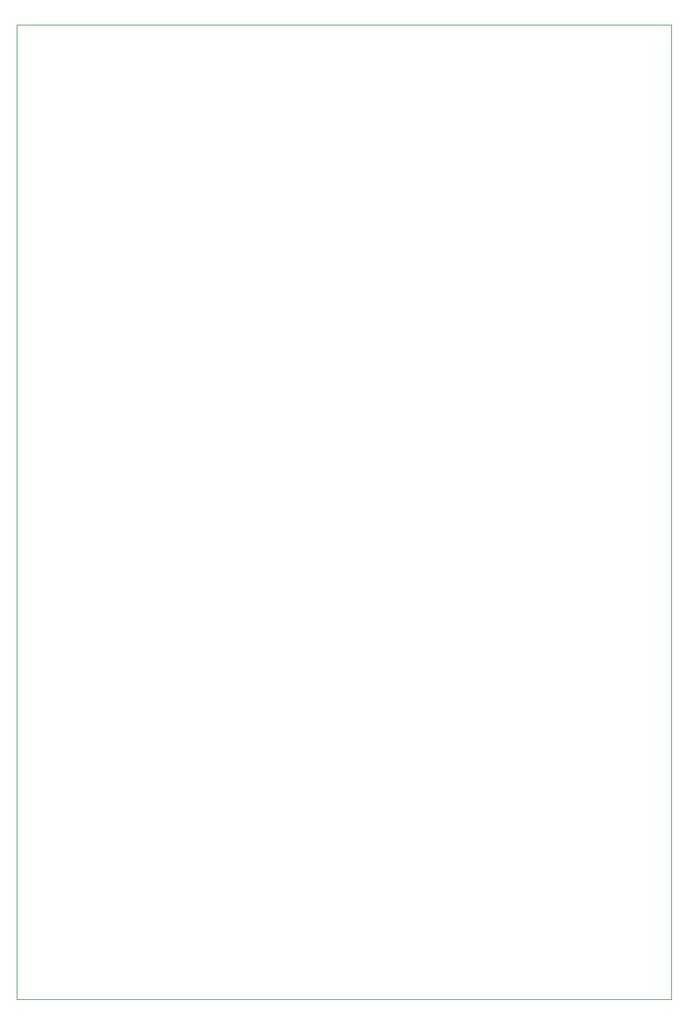
<source format=gm1>
G04 #@! TF.GenerationSoftware,KiCad,Pcbnew,9.0.2*
G04 #@! TF.CreationDate,2025-06-26T10:54:21-04:00*
G04 #@! TF.ProjectId,caeluspcb,6361656c-7573-4706-9362-2e6b69636164,rev?*
G04 #@! TF.SameCoordinates,Original*
G04 #@! TF.FileFunction,Profile,NP*
%FSLAX46Y46*%
G04 Gerber Fmt 4.6, Leading zero omitted, Abs format (unit mm)*
G04 Created by KiCad (PCBNEW 9.0.2) date 2025-06-26 10:54:21*
%MOMM*%
%LPD*%
G01*
G04 APERTURE LIST*
G04 #@! TA.AperFunction,Profile*
%ADD10C,0.050000*%
G04 #@! TD*
G04 APERTURE END LIST*
D10*
X41500000Y-65000000D02*
X124500000Y-65000000D01*
X124500000Y-188500000D01*
X41500000Y-188500000D01*
X41500000Y-65000000D01*
M02*

</source>
